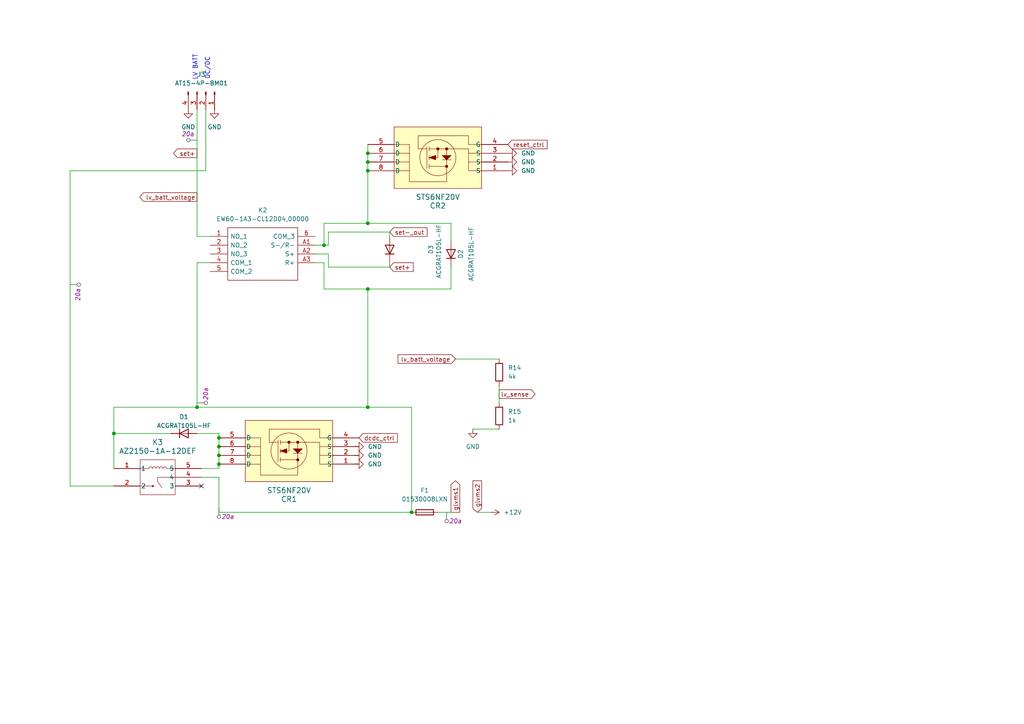
<source format=kicad_sch>
(kicad_sch (version 20231120) (generator "eeschema") (generator_version "8.0")
  (paper "A4")
  (lib_symbols
    (symbol "AZ2150:AZ2150-1A-12DEF" (pin_names (offset 0.254))
      (property "Reference" "K" (at 12.7 7.62 0))
      (property "Value" "AZ2150-1A-12DEF" (at 12.7 5.08 0))
      (symbol "AZ2150-1A-12DEF_1_1"
        (polyline (pts (xy 7.62 -7.62) (xy 17.78 -7.62)) (stroke (width 0.127)))
        (polyline (pts (xy 7.62 -5.08) (xy 11.43 -5.08)) (stroke (width 0.127)))
        (polyline (pts (xy 7.62 0) (xy 10.16 0)) (stroke (width 0.127)))
        (polyline (pts (xy 7.62 2.54) (xy 7.62 -7.62)) (stroke (width 0.127)))
        (polyline (pts (xy 12.7 -3.81) (xy 13.97 -5.588)) (stroke (width 0.127)))
        (polyline (pts (xy 12.7 -2.54) (xy 12.7 -3.81)) (stroke (width 0.127)))
        (polyline (pts (xy 15.24 0) (xy 17.78 0)) (stroke (width 0.127)))
        (polyline (pts (xy 17.78 -7.62) (xy 17.78 2.54)) (stroke (width 0.127)))
        (polyline (pts (xy 17.78 -2.54) (xy 12.7 -2.54)) (stroke (width 0.127)))
        (polyline (pts (xy 17.78 2.54) (xy 7.62 2.54)) (stroke (width 0.127)))
        (polyline (pts (xy 11.684 -5.08) (xy 11.176 -5.334) (xy 11.176 -4.826)) (fill (type outline)))
        (arc (start 11.176 0) (mid 10.668 0.5058) (end 10.16 0) (stroke (width 0.127)))
        (arc (start 12.192 0) (mid 11.684 0.5058) (end 11.176 0) (stroke (width 0.127)))
        (arc (start 13.208 0) (mid 12.7 0.5058) (end 12.192 0) (stroke (width 0.127)))
        (arc (start 14.224 0) (mid 13.716 0.5058) (end 13.208 0) (stroke (width 0.127)))
        (arc (start 15.24 0) (mid 14.732 0.5058) (end 14.224 0) (stroke (width 0.127)))
        (pin unspecified line (at 0 0 0) (length 7.62) (name "1") (number "1"))
        (pin unspecified line (at 0 -5.08 0) (length 7.62) (name "2") (number "2"))
        (pin unspecified line (at 25.4 -5.08 180) (length 7.62) (name "3") (number "3"))
        (pin unspecified line (at 25.4 -2.54 180) (length 7.62) (name "4") (number "4"))
        (pin unspecified line (at 25.4 0 180) (length 7.62) (name "5") (number "5"))
      )
    )
    (symbol "Connector:Conn_01x04_Pin" (pin_names (offset 1.016) hide)
      (property "Reference" "J" (at 0 5.08 0))
      (property "Value" "Conn_01x04_Pin" (at 0 -7.62 0))
      (symbol "Conn_01x04_Pin_1_1"
        (polyline (pts (xy 1.27 -5.08) (xy 0.8636 -5.08)) (stroke (width 0.1524)))
        (polyline (pts (xy 1.27 -2.54) (xy 0.8636 -2.54)) (stroke (width 0.1524)))
        (polyline (pts (xy 1.27 0) (xy 0.8636 0)) (stroke (width 0.1524)))
        (polyline (pts (xy 1.27 2.54) (xy 0.8636 2.54)) (stroke (width 0.1524)))
        (rectangle (start 0.8636 -4.953) (end 0 -5.207) (stroke (width 0.1524)) (fill (type outline)))
        (rectangle (start 0.8636 -2.413) (end 0 -2.667) (stroke (width 0.1524)) (fill (type outline)))
        (rectangle (start 0.8636 0.127) (end 0 -0.127) (stroke (width 0.1524)) (fill (type outline)))
        (rectangle (start 0.8636 2.667) (end 0 2.413) (stroke (width 0.1524)) (fill (type outline)))
        (pin passive line (at 5.08 2.54 180) (length 3.81) (name "Pin_1") (number "1"))
        (pin passive line (at 5.08 0 180) (length 3.81) (name "Pin_2") (number "2"))
        (pin passive line (at 5.08 -2.54 180) (length 3.81) (name "Pin_3") (number "3"))
        (pin passive line (at 5.08 -5.08 180) (length 3.81) (name "Pin_4") (number "4"))
      )
    )
    (symbol "Device:D" (pin_numbers hide) (pin_names (offset 1.016) hide)
      (property "Reference" "D" (at 0 2.54 0))
      (property "Value" "D" (at 0 -2.54 0))
      (symbol "D_0_1"
        (polyline (pts (xy -1.27 1.27) (xy -1.27 -1.27)) (stroke (width 0.254)))
        (polyline (pts (xy 1.27 0) (xy -1.27 0)))
        (polyline (pts (xy 1.27 1.27) (xy 1.27 -1.27) (xy -1.27 0) (xy 1.27 1.27)) (stroke (width 0.254)))
      )
      (symbol "D_1_1"
        (pin passive line (at -3.81 0 0) (length 2.54) (name "K") (number "1"))
        (pin passive line (at 3.81 0 180) (length 2.54) (name "A") (number "2"))
      )
    )
    (symbol "Device:Fuse" (pin_numbers hide) (pin_names (offset 0))
      (property "Reference" "F" (at 2.032 0 90))
      (property "Value" "Fuse" (at -1.905 0 90))
      (symbol "Fuse_0_1"
        (rectangle (start -0.762 -2.54) (end 0.762 2.54) (stroke (width 0.254)))
        (polyline (pts (xy 0 2.54) (xy 0 -2.54)))
      )
      (symbol "Fuse_1_1"
        (pin passive line (at 0 3.81 270) (length 1.27) (name "~") (number "1"))
        (pin passive line (at 0 -3.81 90) (length 1.27) (name "~") (number "2"))
      )
    )
    (symbol "Device:R" (pin_numbers hide) (pin_names (offset 0))
      (property "Reference" "R" (at 2.032 0 90))
      (property "Value" "R" (at 0 0 90))
      (symbol "R_0_1"
        (rectangle (start -1.016 -2.54) (end 1.016 2.54) (stroke (width 0.254)))
      )
      (symbol "R_1_1"
        (pin passive line (at 0 3.81 270) (length 1.27) (name "~") (number "1"))
        (pin passive line (at 0 -3.81 90) (length 1.27) (name "~") (number "2"))
      )
    )
    (symbol "FS_3_Global_Symbol_Library:EW60-1A3-CL12D04,00000" (pin_names (offset 0.762))
      (property "Reference" "K" (at 26.67 7.62 0))
      (property "Value" "EW60-1A3-CL12D04,00000" (at 26.67 5.08 0))
      (symbol "EW60-1A3-CL12D04,00000_0_0"
        (pin passive line (at 0 0 0) (length 5.08) (name "NO_1") (number "1"))
        (pin passive line (at 0 -2.54 0) (length 5.08) (name "NO_2") (number "2"))
        (pin passive line (at 0 -5.08 0) (length 5.08) (name "NO_3") (number "3"))
        (pin passive line (at 0 -7.62 0) (length 5.08) (name "COM_1") (number "4"))
        (pin passive line (at 0 -10.16 0) (length 5.08) (name "COM_2") (number "5"))
        (pin passive line (at 30.48 0 180) (length 5.08) (name "COM_3") (number "6"))
        (pin passive line (at 30.48 -2.54 180) (length 5.08) (name "S-/R-") (number "A1"))
        (pin passive line (at 30.48 -5.08 180) (length 5.08) (name "S+") (number "A2"))
        (pin passive line (at 30.48 -7.62 180) (length 5.08) (name "R+") (number "A3"))
      )
      (symbol "EW60-1A3-CL12D04,00000_0_1"
        (polyline (pts (xy 5.08 2.54) (xy 25.4 2.54) (xy 25.4 -12.7) (xy 5.08 -12.7) (xy 5.08 2.54)) (stroke (width 0.1524)))
      )
    )
    (symbol "FS_3_Global_Symbol_Library:STS6NF20V" (pin_names (offset 0.254))
      (property "Reference" "CR" (at 20.32 10.16 0))
      (property "Value" "STS6NF20V" (at 20.32 7.62 0))
      (symbol "STS6NF20V_0_1"
        (polyline (pts (xy 7.62 -5.08) (xy 11.43 -5.08)) (stroke (width 0.127)))
        (polyline (pts (xy 7.62 -2.54) (xy 11.43 -2.54)) (stroke (width 0.127)))
        (polyline (pts (xy 7.62 0) (xy 11.43 0)) (stroke (width 0.127)))
        (polyline (pts (xy 11.43 -10.16) (xy 11.43 -7.62)) (stroke (width 0.127)))
        (polyline (pts (xy 11.43 -7.62) (xy 7.62 -7.62)) (stroke (width 0.127)))
        (polyline (pts (xy 11.43 -6.35) (xy 14.605 -6.35)) (stroke (width 0.127)))
        (polyline (pts (xy 11.43 0) (xy 11.43 -6.35)) (stroke (width 0.127)))
        (polyline (pts (xy 16.51 -4.445) (xy 17.78 -3.175)) (stroke (width 0.127)))
        (polyline (pts (xy 16.51 -4.445) (xy 19.05 -4.445)) (stroke (width 0.127)))
        (polyline (pts (xy 16.51 -3.175) (xy 19.05 -3.175)) (stroke (width 0.127)))
        (polyline (pts (xy 17.78 -6.35) (xy 17.78 3.175)) (stroke (width 0.127)))
        (polyline (pts (xy 17.78 3.175) (xy 28.575 3.175)) (stroke (width 0.127)))
        (polyline (pts (xy 19.05 -4.445) (xy 17.78 -3.175)) (stroke (width 0.127)))
        (polyline (pts (xy 20.32 -3.81) (xy 20.32 -6.35)) (stroke (width 0.127)))
        (polyline (pts (xy 20.32 -3.81) (xy 22.86 -3.81)) (stroke (width 0.127)))
        (polyline (pts (xy 20.955 -4.445) (xy 22.86 -3.81)) (stroke (width 0.127)))
        (polyline (pts (xy 20.955 -3.175) (xy 20.955 -4.445)) (stroke (width 0.127)))
        (polyline (pts (xy 22.86 -6.985) (xy 22.86 -5.715)) (stroke (width 0.127)))
        (polyline (pts (xy 22.86 -6.35) (xy 14.605 -6.35)) (stroke (width 0.127)))
        (polyline (pts (xy 22.86 -4.445) (xy 22.86 -3.175)) (stroke (width 0.127)))
        (polyline (pts (xy 22.86 -3.81) (xy 20.955 -3.175)) (stroke (width 0.127)))
        (polyline (pts (xy 22.86 -1.905) (xy 22.86 -0.635)) (stroke (width 0.127)))
        (polyline (pts (xy 22.86 -1.27) (xy 17.78 -1.27)) (stroke (width 0.127)))
        (polyline (pts (xy 23.495 -6.35) (xy 26.035 -6.35)) (stroke (width 0.127)))
        (polyline (pts (xy 23.495 -0.635) (xy 23.495 -6.985)) (stroke (width 0.127)))
        (polyline (pts (xy 26.035 -10.16) (xy 11.43 -10.16)) (stroke (width 0.127)))
        (polyline (pts (xy 26.035 -6.35) (xy 26.035 -10.16)) (stroke (width 0.127)))
        (polyline (pts (xy 28.575 -7.62) (xy 33.02 -7.62)) (stroke (width 0.127)))
        (polyline (pts (xy 28.575 3.175) (xy 28.575 -7.62)) (stroke (width 0.127)))
        (polyline (pts (xy 33.02 -5.08) (xy 28.575 -5.08)) (stroke (width 0.127)))
        (polyline (pts (xy 33.02 -2.54) (xy 28.575 -2.54)) (stroke (width 0.127)))
        (polyline (pts (xy 33.02 0) (xy 28.575 0)) (stroke (width 0.127)))
        (polyline (pts (xy 16.51 -4.445) (xy 17.78 -3.175) (xy 19.05 -4.445)) (fill (type outline)))
        (polyline (pts (xy 20.955 -3.175) (xy 20.955 -4.445) (xy 22.86 -3.81)) (fill (type outline)))
        (circle (center 17.78 -6.35) (radius 0.254) (stroke (width 0.381)))
        (circle (center 17.78 -1.27) (radius 0.254) (stroke (width 0.381)))
        (circle (center 20.32 -6.35) (radius 0.254) (stroke (width 0.381)))
        (circle (center 20.32 -3.81) (radius 5.2324) (stroke (width 0.127)))
        (pin unspecified line (at 0 0 0) (length 7.62) (name "S") (number "1"))
        (pin unspecified line (at 0 -2.54 0) (length 7.62) (name "S") (number "2"))
        (pin unspecified line (at 0 -5.08 0) (length 7.62) (name "S") (number "3"))
        (pin unspecified line (at 0 -7.62 0) (length 7.62) (name "G") (number "4"))
        (pin unspecified line (at 40.64 -7.62 180) (length 7.62) (name "D") (number "5"))
        (pin unspecified line (at 40.64 -5.08 180) (length 7.62) (name "D") (number "6"))
        (pin unspecified line (at 40.64 -2.54 180) (length 7.62) (name "D") (number "7"))
        (pin unspecified line (at 40.64 0 180) (length 7.62) (name "D") (number "8"))
      )
      (symbol "STS6NF20V_1_1"
        (rectangle (start 7.62 5.08) (end 33.02 -12.7) (fill (type background)))
      )
    )
    (symbol "power:+12V" (power) (pin_numbers hide) (pin_names (offset 0) hide)
      (property "Value" "+12V" (at 0 3.556 0))
      (symbol "+12V_0_1"
        (polyline (pts (xy -0.762 1.27) (xy 0 2.54)))
        (polyline (pts (xy 0 0) (xy 0 2.54)))
        (polyline (pts (xy 0 2.54) (xy 0.762 1.27)))
      )
      (symbol "+12V_1_1"
        (pin power_in line (at 0 0 90) (length 0) (name "~") (number "1"))
      )
    )
    (symbol "power:GND" (power) (pin_numbers hide) (pin_names (offset 0) hide)
      (property "Value" "GND" (at 0 -3.81 0))
      (symbol "GND_0_1"
        (polyline (pts (xy 0 0) (xy 0 -1.27) (xy 1.27 -1.27) (xy 0 -2.54) (xy -1.27 -1.27) (xy 0 -1.27)))
      )
      (symbol "GND_1_1"
        (pin power_in line (at 0 0 270) (length 0) (name "~") (number "1"))
      )
    )
  )
  (junction (at 33.02 125.73))
  (junction (at 63.5 132.08))
  (junction (at 106.68 49.53))
  (junction (at 106.68 44.45))
  (junction (at 106.68 64.77))
  (junction (at 106.68 118.11))
  (junction (at 63.5 134.62))
  (junction (at 119.38 148.59))
  (junction (at 106.68 46.99))
  (junction (at 57.15 118.11))
  (junction (at 106.68 83.82))
  (junction (at 63.5 127))
  (junction (at 63.5 129.54))
  (junction (at 93.98 71.12))
  (no_connect (at 58.42 140.97))
  (wire (pts (xy 106.68 64.77) (xy 130.81 64.77)))
  (wire (pts (xy 63.5 125.73) (xy 57.15 125.73)))
  (wire (pts (xy 33.02 125.73) (xy 33.02 135.89)))
  (wire (pts (xy 127 148.59) (xy 132.08 148.59)))
  (wire (pts (xy 63.5 129.54) (xy 63.5 127)))
  (wire (pts (xy 113.03 67.31) (xy 113.03 68.58)))
  (wire (pts (xy 119.38 118.11) (xy 119.38 148.59)))
  (wire (pts (xy 144.78 111.76) (xy 144.78 116.84)))
  (wire (pts (xy 63.5 138.43) (xy 58.42 138.43)))
  (wire (pts (xy 57.15 118.11) (xy 106.68 118.11)))
  (wire (pts (xy 93.98 83.82) (xy 93.98 76.2)))
  (wire (pts (xy 57.15 68.58) (xy 60.96 68.58)))
  (wire (pts (xy 104.14 134.62) (xy 102.87 134.62)))
  (wire (pts (xy 130.81 83.82) (xy 130.81 77.47)))
  (wire (pts (xy 95.25 73.66) (xy 95.25 77.47)))
  (wire (pts (xy 104.14 132.08) (xy 102.87 132.08)))
  (wire (pts (xy 63.5 148.59) (xy 119.38 148.59)))
  (wire (pts (xy 106.68 41.91) (xy 106.68 44.45)))
  (wire (pts (xy 138.43 148.59) (xy 142.24 148.59)))
  (wire (pts (xy 58.42 135.89) (xy 63.5 135.89)))
  (wire (pts (xy 33.02 125.73) (xy 49.53 125.73)))
  (wire (pts (xy 93.98 71.12) (xy 91.44 71.12)))
  (wire (pts (xy 20.32 49.53) (xy 20.32 140.97)))
  (wire (pts (xy 59.69 49.53) (xy 59.69 31.75)))
  (wire (pts (xy 106.68 46.99) (xy 106.68 49.53)))
  (wire (pts (xy 95.25 67.31) (xy 113.03 67.31)))
  (wire (pts (xy 91.44 76.2) (xy 93.98 76.2)))
  (wire (pts (xy 63.5 132.08) (xy 63.5 129.54)))
  (wire (pts (xy 57.15 76.2) (xy 57.15 118.11)))
  (wire (pts (xy 20.32 49.53) (xy 59.69 49.53)))
  (wire (pts (xy 63.5 134.62) (xy 63.5 132.08)))
  (wire (pts (xy 57.15 76.2) (xy 60.96 76.2)))
  (wire (pts (xy 91.44 73.66) (xy 95.25 73.66)))
  (wire (pts (xy 106.68 83.82) (xy 106.68 118.11)))
  (wire (pts (xy 106.68 83.82) (xy 130.81 83.82)))
  (wire (pts (xy 63.5 138.43) (xy 63.5 148.59)))
  (wire (pts (xy 33.02 118.11) (xy 57.15 118.11)))
  (wire (pts (xy 63.5 135.89) (xy 63.5 134.62)))
  (wire (pts (xy 137.16 124.46) (xy 144.78 124.46)))
  (wire (pts (xy 130.81 64.77) (xy 130.81 69.85)))
  (wire (pts (xy 93.98 64.77) (xy 106.68 64.77)))
  (wire (pts (xy 106.68 49.53) (xy 106.68 64.77)))
  (wire (pts (xy 104.14 129.54) (xy 102.87 129.54)))
  (wire (pts (xy 106.68 44.45) (xy 106.68 46.99)))
  (wire (pts (xy 63.5 127) (xy 63.5 125.73)))
  (wire (pts (xy 132.08 104.14) (xy 144.78 104.14)))
  (wire (pts (xy 106.68 118.11) (xy 119.38 118.11)))
  (wire (pts (xy 33.02 118.11) (xy 33.02 125.73)))
  (wire (pts (xy 20.32 140.97) (xy 33.02 140.97)))
  (wire (pts (xy 93.98 83.82) (xy 106.68 83.82)))
  (wire (pts (xy 93.98 71.12) (xy 95.25 71.12)))
  (wire (pts (xy 95.25 77.47) (xy 113.03 77.47)))
  (wire (pts (xy 93.98 64.77) (xy 93.98 71.12)))
  (wire (pts (xy 57.15 31.75) (xy 57.15 68.58)))
  (wire (pts (xy 95.25 71.12) (xy 95.25 67.31)))
  (wire (pts (xy 113.03 77.47) (xy 113.03 76.2)))
  (text "DC/DC" (at 60.198 19.812 90) (effects (font (size 1.27 1.27))))
  (text "LV BATT" (at 56.642 19.558 90) (effects (font (size 1.27 1.27))))
  (global_label "reset_ctrl" (shape input) (at 147.32 41.91 0) (property "Intersheetrefs" "${INTERSHEET_REFS}" (effects (hide yes))))
  (global_label "glvms2" (shape input) (at 138.43 148.59 90) (property "Intersheetrefs" "${INTERSHEET_REFS}" (effects (hide yes))))
  (global_label "lv_sense" (shape output) (at 144.78 114.3 0) (property "Intersheetrefs" "${INTERSHEET_REFS}" (effects (hide yes))))
  (global_label "set+" (shape input) (at 113.03 77.47 0) (property "Intersheetrefs" "${INTERSHEET_REFS}" (effects (hide yes))))
  (global_label "lv_batt_voltage" (shape output) (at 57.15 57.15 180) (property "Intersheetrefs" "${INTERSHEET_REFS}" (effects (hide yes))))
  (global_label "dcdc_ctrl" (shape input) (at 104.14 127 0) (property "Intersheetrefs" "${INTERSHEET_REFS}" (effects (hide yes))))
  (global_label "glvms1" (shape output) (at 132.08 148.59 90) (property "Intersheetrefs" "${INTERSHEET_REFS}" (effects (hide yes))))
  (global_label "lv_batt_voltage" (shape input) (at 132.08 104.14 180) (property "Intersheetrefs" "${INTERSHEET_REFS}" (effects (hide yes))))
  (global_label "set+" (shape output) (at 57.15 44.45 180) (property "Intersheetrefs" "${INTERSHEET_REFS}" (effects (hide yes))))
  (global_label "set-_out" (shape input) (at 113.03 67.31 0) (property "Intersheetrefs" "${INTERSHEET_REFS}" (effects (hide yes))))
  (netclass_flag "" (length 2.54) (shape round) (at 57.15 40.64 90) (property "Netclass" "20a" (at 56.388 38.862 0) (effects (font (italic yes)) (justify right))))
  (netclass_flag "" (length 2.54) (shape round) (at 20.32 82.55 270) (property "Netclass" "20a" (at 22.606 87.376 90) (effects (font (italic yes)) (justify left))))
  (netclass_flag "" (length 2.54) (shape round) (at 57.15 116.84 270) (property "Netclass" "20a" (at 59.69 116.1415 90) (effects (font (italic yes)) (justify left))))
  (netclass_flag "" (length 2.54) (shape round) (at 63.5 147.32 180) (property "Netclass" "20a" (at 64.1985 149.86 0) (effects (font (italic yes)) (justify left))))
  (netclass_flag "" (length 2.54) (shape round) (at 129.54 148.59 180) (property "Netclass" "20a" (at 130.2385 151.13 0) (effects (font (italic yes)) (justify left))))
  (symbol (lib_id "FS_3_Global_Symbol_Library:EW60-1A3-CL12D04,00000") (at 60.96 68.58 0) (unit 1)
    (property "Reference" "K2" (at 76.2 60.96 0))
    (property "Value" "EW60-1A3-CL12D04,00000" (at 76.2 63.5 0))
    (property "Footprint" "EW601A3CL12D0400000" (effects (hide yes)))
    (property "Datasheet" "https://www.te.com/commerce/DocumentDelivery/DDEController?Action=srchrtrv&DocNm=EW60_Power_Latching_Relay_DS&DocType=Data%20Sheet&DocLang=English&PartCntxt=2071366-2&DocFormat=pdf" (effects (hide yes)))
    (property "Description" "General Purpose Power Relay, DC, Bistable, 1 Coil, 1 Form A SPST-NO, 60 A Contact Rating, 12 VDC Coil Voltage, 277 VAC Contact Voltage, TE EW60" (effects (hide yes)))
    (property "Description_1" "General Purpose Power Relay, DC, Bistable, 1 Coil, 1 Form A SPST-NO, 60 A Contact Rating, 12 VDC Coil Voltage, 277 VAC Contact Voltage, TE EW60" (effects (hide yes)))
    (property "Height" "30.4" (effects (hide yes)))
    (property "Manufacturer_Name" "TE Connectivity" (effects (hide yes)))
    (property "Manufacturer_Part_Number" "EW60-1A3-CL12D04,00000" (effects (hide yes)))
  )
  (symbol (lib_id "Device:D") (at 113.03 72.39 90) (unit 1)
    (property "Reference" "D3" (at 124.968 72.39 0))
    (property "Value" "ACGRAT105L-HF" (at 127.254 72.898 0))
    (property "Footprint" "Diode_SMD:D_2010_5025Metric_Pad1.52x2.65mm_HandSolder" (effects (hide yes)))
    (property "Datasheet" "https://www.comchiptech.com/admin/files/product/ACGRAT101L-HF%20Thru%20ACGRAT105L-HF%20RevB849012.pdf" (effects (hide yes)))
    (property "Description" "Diode" (effects (hide yes)))
    (property "Sim.Device" "D" (effects (hide yes)))
    (property "Sim.Pins" "1=K 2=A" (effects (hide yes)))
  )
  (symbol (lib_id "power:GND") (at 147.32 44.45 90) (unit 1)
    (property "Reference" "#PWR071" (effects (hide yes)))
    (property "Value" "GND" (at 151.13 44.4501 90) (effects (justify right)))
    (property "Description" "Power symbol creates a global label with name \"GND\" , ground" (effects (hide yes)))
  )
  (symbol (lib_id "Device:R") (at 144.78 120.65 0) (unit 1)
    (property "Reference" "R15" (at 147.32 119.3799 0) (effects (justify left)))
    (property "Value" "1k" (at 147.32 121.9199 0) (effects (justify left)))
    (property "Footprint" "Resistor_SMD:R_0805_2012Metric_Pad1.20x1.40mm_HandSolder" (effects (hide yes)))
    (property "Description" "Resistor" (effects (hide yes)))
  )
  (symbol (lib_id "Device:D") (at 130.81 73.66 90) (unit 1)
    (property "Reference" "D2" (at 133.604 73.66 0))
    (property "Value" "ACGRAT105L-HF" (at 136.652 73.66 0))
    (property "Footprint" "Diode_SMD:D_2010_5025Metric_Pad1.52x2.65mm_HandSolder" (effects (hide yes)))
    (property "Datasheet" "https://www.comchiptech.com/admin/files/product/ACGRAT101L-HF%20Thru%20ACGRAT105L-HF%20RevB849012.pdf" (effects (hide yes)))
    (property "Description" "Diode" (effects (hide yes)))
    (property "Sim.Device" "D" (effects (hide yes)))
    (property "Sim.Pins" "1=K 2=A" (effects (hide yes)))
  )
  (symbol (lib_id "FS_3_Global_Symbol_Library:STS6NF20V") (at 147.32 49.53 180) (unit 1)
    (property "Reference" "CR2" (at 127 59.69 0) (effects (font (size 1.524 1.524))))
    (property "Value" "STS6NF20V" (at 127 57.15 0) (effects (font (size 1.524 1.524))))
    (property "Footprint" "Package_SO:SOIC-8_3.9x4.9mm_P1.27mm" (effects (hide yes)))
    (property "Datasheet" "STS6NF20V" (effects (hide yes)))
    (property "Description" "N Type Mosfet" (effects (hide yes)))
  )
  (symbol (lib_id "AZ2150:AZ2150-1A-12DEF") (at 33.02 135.89 0) (unit 1)
    (property "Reference" "K3" (at 45.72 128.27 0) (effects (font (size 1.524 1.524))))
    (property "Value" "AZ2150-1A-12DEF" (at 45.72 130.81 0) (effects (font (size 1.524 1.524))))
    (property "Footprint" "FS_3_Global_Footprint_Library:AZ2150_AMZ" (effects (hide yes)))
    (property "Datasheet" "AZ2150-1A-12DEF" (effects (hide yes)))
  )
  (symbol (lib_id "power:GND") (at 62.23 31.75 0) (unit 1)
    (property "Reference" "#PWR04" (effects (hide yes)))
    (property "Value" "GND" (at 62.23 36.83 0))
    (property "Description" "Power symbol creates a global label with name \"GND\" , ground" (effects (hide yes)))
  )
  (symbol (lib_id "Device:D") (at 53.34 125.73 0) (unit 1)
    (property "Reference" "D1" (at 53.34 120.904 0))
    (property "Value" "ACGRAT105L-HF" (at 53.34 123.444 0))
    (property "Footprint" "Diode_SMD:D_2010_5025Metric_Pad1.52x2.65mm_HandSolder" (effects (hide yes)))
    (property "Datasheet" "https://www.comchiptech.com/admin/files/product/ACGRAT101L-HF%20Thru%20ACGRAT105L-HF%20RevB849012.pdf" (effects (hide yes)))
    (property "Description" "Diode" (effects (hide yes)))
    (property "Sim.Device" "D" (effects (hide yes)))
    (property "Sim.Pins" "1=K 2=A" (effects (hide yes)))
  )
  (symbol (lib_id "power:GND") (at 147.32 46.99 90) (unit 1)
    (property "Reference" "#PWR073" (effects (hide yes)))
    (property "Value" "GND" (at 151.13 46.9901 90) (effects (justify right)))
    (property "Description" "Power symbol creates a global label with name \"GND\" , ground" (effects (hide yes)))
  )
  (symbol (lib_id "power:GND") (at 147.32 49.53 90) (unit 1)
    (property "Reference" "#PWR072" (effects (hide yes)))
    (property "Value" "GND" (at 151.13 49.5301 90) (effects (justify right)))
    (property "Description" "Power symbol creates a global label with name \"GND\" , ground" (effects (hide yes)))
  )
  (symbol (lib_id "power:GND") (at 54.61 31.75 0) (unit 1)
    (property "Reference" "#PWR05" (effects (hide yes)))
    (property "Value" "GND" (at 54.61 36.83 0))
    (property "Description" "Power symbol creates a global label with name \"GND\" , ground" (effects (hide yes)))
  )
  (symbol (lib_id "Connector:Conn_01x04_Pin") (at 59.69 26.67 270) (unit 1)
    (property "Reference" "J3" (at 58.42 21.59 90))
    (property "Value" "AT15-4P-BM01" (at 58.42 24.13 90))
    (property "Footprint" "FS_3_Global_Footprint_Library:CONN4_DT15-4P-G003" (effects (hide yes)))
    (property "Datasheet" "https://tools.molex.com/pdm_docs/ps/PS-76823-100.pdf" (effects (hide yes)))
    (property "Description" "Generic connector, single row, 01x04, script generated" (effects (hide yes)))
  )
  (symbol (lib_id "Device:R") (at 144.78 107.95 0) (unit 1)
    (property "Reference" "R14" (at 147.32 106.6799 0) (effects (justify left)))
    (property "Value" "4k" (at 147.32 109.2199 0) (effects (justify left)))
    (property "Footprint" "Resistor_SMD:R_0805_2012Metric_Pad1.20x1.40mm_HandSolder" (effects (hide yes)))
    (property "Description" "Resistor" (effects (hide yes)))
  )
  (symbol (lib_id "power:GND") (at 102.87 129.54 90) (unit 1)
    (property "Reference" "#PWR057" (effects (hide yes)))
    (property "Value" "GND" (at 106.68 129.5401 90) (effects (justify right)))
    (property "Description" "Power symbol creates a global label with name \"GND\" , ground" (effects (hide yes)))
  )
  (symbol (lib_id "power:GND") (at 102.87 132.08 90) (unit 1)
    (property "Reference" "#PWR056" (effects (hide yes)))
    (property "Value" "GND" (at 106.68 132.0801 90) (effects (justify right)))
    (property "Description" "Power symbol creates a global label with name \"GND\" , ground" (effects (hide yes)))
  )
  (symbol (lib_id "power:GND") (at 137.16 124.46 0) (unit 1)
    (property "Reference" "#PWR075" (effects (hide yes)))
    (property "Value" "GND" (at 137.16 129.54 0))
    (property "Description" "Power symbol creates a global label with name \"GND\" , ground" (effects (hide yes)))
  )
  (symbol (lib_id "Device:Fuse") (at 123.19 148.59 270) (unit 1)
    (property "Reference" "F1" (at 123.19 142.24 90))
    (property "Value" "01530008LXN" (at 123.19 144.78 90))
    (property "Footprint" "FS_3_Global_Footprint_Library:01530008LXN" (effects (hide yes)))
    (property "Datasheet" "https://www.digikey.com/en/products/detail/littelfuse-commercial-vehicle-products/01530008LXN/3425426?s=N4IgTCBcDaIAwEYCsBmO6AcAZAGgORAF0BfIA" (effects (hide yes)))
    (property "Description" "Fuse" (effects (hide yes)))
  )
  (symbol (lib_id "power:GND") (at 102.87 134.62 90) (unit 1)
    (property "Reference" "#PWR06" (effects (hide yes)))
    (property "Value" "GND" (at 106.68 134.6201 90) (effects (justify right)))
    (property "Description" "Power symbol creates a global label with name \"GND\" , ground" (effects (hide yes)))
  )
  (symbol (lib_id "power:+12V") (at 142.24 148.59 270) (unit 1)
    (property "Reference" "#PWR07" (effects (hide yes)))
    (property "Value" "+12V" (at 146.05 148.5899 90) (effects (justify left)))
    (property "Description" "Power symbol creates a global label with name \"+12V\"" (effects (hide yes)))
  )
  (symbol (lib_id "FS_3_Global_Symbol_Library:STS6NF20V") (at 104.14 134.62 180) (unit 1)
    (property "Reference" "CR1" (at 83.82 144.78 0) (effects (font (size 1.524 1.524))))
    (property "Value" "STS6NF20V" (at 83.82 142.24 0) (effects (font (size 1.524 1.524))))
    (property "Footprint" "Package_SO:SOIC-8_3.9x4.9mm_P1.27mm" (effects (hide yes)))
    (property "Datasheet" "STS6NF20V" (effects (hide yes)))
    (property "Description" "N Type Mosfet" (effects (hide yes)))
  )
)
</source>
